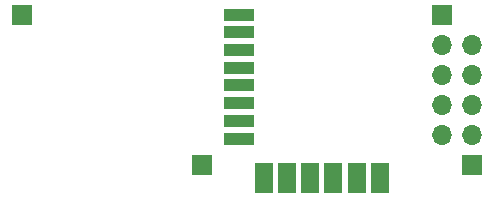
<source format=gbr>
%TF.GenerationSoftware,KiCad,Pcbnew,7.0.1*%
%TF.CreationDate,2024-02-11T20:07:16+03:00*%
%TF.ProjectId,jdy40_remote_button,6a647934-305f-4726-956d-6f74655f6275,rev?*%
%TF.SameCoordinates,Original*%
%TF.FileFunction,Soldermask,Top*%
%TF.FilePolarity,Negative*%
%FSLAX46Y46*%
G04 Gerber Fmt 4.6, Leading zero omitted, Abs format (unit mm)*
G04 Created by KiCad (PCBNEW 7.0.1) date 2024-02-11 20:07:16*
%MOMM*%
%LPD*%
G01*
G04 APERTURE LIST*
%ADD10R,2.500000X1.000000*%
%ADD11R,1.500000X2.500000*%
%ADD12R,1.700000X1.700000*%
%ADD13O,1.700000X1.700000*%
G04 APERTURE END LIST*
D10*
%TO.C,DD1*%
X91060000Y-58420000D03*
X91060000Y-59920000D03*
X91060000Y-61420000D03*
X91060000Y-62920000D03*
X91060000Y-64420000D03*
X91060000Y-65920000D03*
X91060000Y-67420000D03*
X91060000Y-68920000D03*
D11*
X102960000Y-72220000D03*
X101000000Y-72220000D03*
X99040000Y-72220000D03*
X97080000Y-72220000D03*
X95120000Y-72220000D03*
X93160000Y-72220000D03*
%TD*%
D12*
%TO.C,J4*%
X110760000Y-71120000D03*
D13*
X110760000Y-68580000D03*
X110760000Y-66040000D03*
X110760000Y-63500000D03*
X110760000Y-60960000D03*
%TD*%
D12*
%TO.C,J2*%
X72660000Y-58420000D03*
%TD*%
%TO.C,J1*%
X87900000Y-71120000D03*
%TD*%
%TO.C,J3*%
X108220000Y-58425000D03*
D13*
X108220000Y-60965000D03*
X108220000Y-63505000D03*
X108220000Y-66045000D03*
X108220000Y-68585000D03*
%TD*%
M02*

</source>
